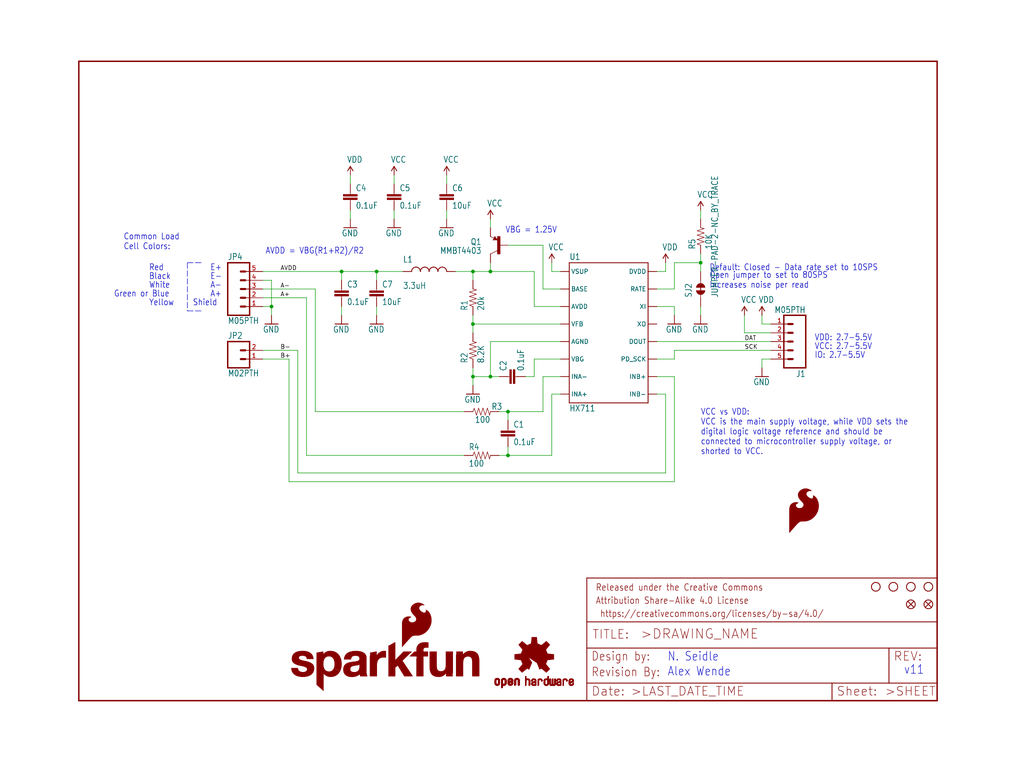
<source format=kicad_sch>
(kicad_sch (version 20211123) (generator eeschema)
  (paper "User" 297.002 223.926)
  (lib_symbols
    (symbol "SparkFun_HX711_Load_Cell-eagle-import:0.1UF-25V-5%(0603)"
      (property "Reference" "C" (at 1.524 2.921 0))
      (property "Value" "0.1UF-25V-5%(0603)" (at 1.524 -2.159 0))
      (symbol "0.1UF-25V-5%(0603)_1_0"
        (pin passive line (at 0 5.08 270) (length 2.54) (name "1") (number "1"))
        (pin passive line (at 0 -2.54 90) (length 2.54) (name "2") (number "2"))
      )
    )
    (symbol "SparkFun_HX711_Load_Cell-eagle-import:100OHM-1{slash}10W-1%(0603)"
      (property "Reference" "R" (at -3.81 1.4986 0))
      (property "Value" "100OHM-1{slash}10W-1%(0603)" (at -3.81 -3.302 0))
      (symbol "100OHM-1{slash}10W-1%(0603)_1_0"
        (pin passive line (at -5.08 0 0) (length 2.54) (name "1") (number "1"))
        (pin passive line (at 5.08 0 180) (length 2.54) (name "2") (number "2"))
      )
    )
    (symbol "SparkFun_HX711_Load_Cell-eagle-import:10KOHM-1{slash}10W-1%(0603)0603"
      (property "Reference" "R" (at -3.81 1.4986 0))
      (property "Value" "10KOHM-1{slash}10W-1%(0603)0603" (at -3.81 -3.302 0))
      (symbol "10KOHM-1{slash}10W-1%(0603)0603_1_0"
        (pin passive line (at -5.08 0 0) (length 2.54) (name "1") (number "1"))
        (pin passive line (at 5.08 0 180) (length 2.54) (name "2") (number "2"))
      )
    )
    (symbol "SparkFun_HX711_Load_Cell-eagle-import:10UF50V20%(1210)"
      (property "Reference" "C" (at 1.524 2.921 0))
      (property "Value" "10UF50V20%(1210)" (at 1.524 -2.159 0))
      (symbol "10UF50V20%(1210)_1_0"
        (pin passive line (at 0 5.08 270) (length 2.54) (name "1") (number "1"))
        (pin passive line (at 0 -2.54 90) (length 2.54) (name "2") (number "2"))
      )
    )
    (symbol "SparkFun_HX711_Load_Cell-eagle-import:20KOHM1{slash}10W1%(0603)"
      (property "Reference" "R" (at -3.81 1.4986 0))
      (property "Value" "20KOHM1{slash}10W1%(0603)" (at -3.81 -3.302 0))
      (symbol "20KOHM1{slash}10W1%(0603)_1_0"
        (pin passive line (at -5.08 0 0) (length 2.54) (name "1") (number "1"))
        (pin passive line (at 5.08 0 180) (length 2.54) (name "2") (number "2"))
      )
    )
    (symbol "SparkFun_HX711_Load_Cell-eagle-import:8.2KOHM-1{slash}10W-5%(0603)"
      (property "Reference" "R" (at -3.81 1.4986 0))
      (property "Value" "8.2KOHM-1{slash}10W-5%(0603)" (at -3.81 -3.302 0))
      (symbol "8.2KOHM-1{slash}10W-5%(0603)_1_0"
        (pin passive line (at -5.08 0 0) (length 2.54) (name "1") (number "1"))
        (pin passive line (at 5.08 0 180) (length 2.54) (name "2") (number "2"))
      )
    )
    (symbol "SparkFun_HX711_Load_Cell-eagle-import:FIDUCIAL1X2")
    (symbol "SparkFun_HX711_Load_Cell-eagle-import:FRAME-LETTER"
      (symbol "FRAME-LETTER_2_0"
        (text " https://creativecommons.org/licenses/by-sa/4.0/" (at 2.54 24.13 0) (effects (font (size 1.9304 1.6408)) (justify left bottom)))
        (text ">DRAWING_NAME" (at 15.494 17.78 0) (effects (font (size 2.7432 2.7432)) (justify left bottom)))
        (text ">LAST_DATE_TIME" (at 12.7 1.27 0) (effects (font (size 2.54 2.54)) (justify left bottom)))
        (text ">SHEET" (at 86.36 1.27 0) (effects (font (size 2.54 2.54)) (justify left bottom)))
        (text "Attribution Share-Alike 4.0 License" (at 2.54 27.94 0) (effects (font (size 1.9304 1.6408)) (justify left bottom)))
        (text "Date:" (at 1.27 1.27 0) (effects (font (size 2.54 2.54)) (justify left bottom)))
        (text "Design by:" (at 1.27 11.43 0) (effects (font (size 2.54 2.159)) (justify left bottom)))
        (text "Released under the Creative Commons" (at 2.54 31.75 0) (effects (font (size 1.9304 1.6408)) (justify left bottom)))
        (text "REV:" (at 88.9 11.43 0) (effects (font (size 2.54 2.54)) (justify left bottom)))
        (text "Sheet:" (at 72.39 1.27 0) (effects (font (size 2.54 2.54)) (justify left bottom)))
        (text "TITLE:" (at 1.524 17.78 0) (effects (font (size 2.54 2.54)) (justify left bottom)))
      )
    )
    (symbol "SparkFun_HX711_Load_Cell-eagle-import:GND" (power)
      (property "Value" "GND" (at -2.54 -2.54 0))
      (symbol "GND_1_0"
        (pin power_in line (at 0 2.54 270) (length 2.54) (name "GND") (number "1"))
      )
    )
    (symbol "SparkFun_HX711_Load_Cell-eagle-import:HX711HX711"
      (property "Reference" "U" (at -12.7 21.082 0))
      (property "Value" "HX711HX711" (at -12.7 -22.86 0))
      (symbol "HX711HX711_1_0"
        (pin bidirectional line (at -15.24 17.78 0) (length 2.54) (name "VSUP") (number "1"))
        (pin bidirectional line (at 12.7 -12.7 180) (length 2.54) (name "INB+") (number "10"))
        (pin bidirectional line (at 12.7 -7.62 180) (length 2.54) (name "PD_SCK") (number "11"))
        (pin bidirectional line (at 12.7 -2.54 180) (length 2.54) (name "DOUT") (number "12"))
        (pin bidirectional line (at 12.7 2.54 180) (length 2.54) (name "XO") (number "13"))
        (pin bidirectional line (at 12.7 7.62 180) (length 2.54) (name "XI") (number "14"))
        (pin bidirectional line (at 12.7 12.7 180) (length 2.54) (name "RATE") (number "15"))
        (pin bidirectional line (at 12.7 17.78 180) (length 2.54) (name "DVDD") (number "16"))
        (pin bidirectional line (at -15.24 12.7 0) (length 2.54) (name "BASE") (number "2"))
        (pin bidirectional line (at -15.24 7.62 0) (length 2.54) (name "AVDD") (number "3"))
        (pin bidirectional line (at -15.24 2.54 0) (length 2.54) (name "VFB") (number "4"))
        (pin bidirectional line (at -15.24 -2.54 0) (length 2.54) (name "AGND") (number "5"))
        (pin bidirectional line (at -15.24 -7.62 0) (length 2.54) (name "VBG") (number "6"))
        (pin bidirectional line (at -15.24 -12.7 0) (length 2.54) (name "INA-") (number "7"))
        (pin bidirectional line (at -15.24 -17.78 0) (length 2.54) (name "INA+") (number "8"))
        (pin bidirectional line (at 12.7 -17.78 180) (length 2.54) (name "INB-") (number "9"))
      )
    )
    (symbol "SparkFun_HX711_Load_Cell-eagle-import:INDUCTOR0805-IND"
      (property "Reference" "L" (at 2.54 5.08 0))
      (property "Value" "INDUCTOR0805-IND" (at 2.54 -5.08 0))
      (symbol "INDUCTOR0805-IND_1_0"
        (pin passive line (at 0 7.62 270) (length 2.54) (name "1") (number "1"))
        (pin passive line (at 0 -7.62 90) (length 2.54) (name "2") (number "2"))
      )
    )
    (symbol "SparkFun_HX711_Load_Cell-eagle-import:JUMPER-PAD-2-NC_BY_TRACE"
      (property "Reference" "JP" (at -2.54 2.54 0))
      (property "Value" "JUMPER-PAD-2-NC_BY_TRACE" (at -2.54 -5.08 0))
      (symbol "JUMPER-PAD-2-NC_BY_TRACE_1_0"
        (pin passive line (at -5.08 0 0) (length 2.54) (name "1") (number "1"))
        (pin passive line (at 5.08 0 180) (length 2.54) (name "2") (number "2"))
      )
    )
    (symbol "SparkFun_HX711_Load_Cell-eagle-import:M02PTH"
      (property "Reference" "J" (at -2.54 5.842 0))
      (property "Value" "M02PTH" (at -2.54 -5.08 0))
      (symbol "M02PTH_1_0"
        (pin passive line (at 7.62 0 180) (length 5.08) (name "1") (number "1"))
        (pin passive line (at 7.62 2.54 180) (length 5.08) (name "2") (number "2"))
      )
    )
    (symbol "SparkFun_HX711_Load_Cell-eagle-import:M05PTH"
      (property "Reference" "J" (at -2.54 8.382 0))
      (property "Value" "M05PTH" (at -2.54 -10.16 0))
      (symbol "M05PTH_1_0"
        (pin passive line (at 7.62 -5.08 180) (length 5.08) (name "1") (number "1"))
        (pin passive line (at 7.62 -2.54 180) (length 5.08) (name "2") (number "2"))
        (pin passive line (at 7.62 0 180) (length 5.08) (name "3") (number "3"))
        (pin passive line (at 7.62 2.54 180) (length 5.08) (name "4") (number "4"))
        (pin passive line (at 7.62 5.08 180) (length 5.08) (name "5") (number "5"))
      )
    )
    (symbol "SparkFun_HX711_Load_Cell-eagle-import:OSHW-LOGOS")
    (symbol "SparkFun_HX711_Load_Cell-eagle-import:REVISION"
      (symbol "REVISION_1_0"
        (text "Revision By: " (at 0 0 0) (effects (font (size 2.54 2.159)) (justify left bottom)))
      )
    )
    (symbol "SparkFun_HX711_Load_Cell-eagle-import:SFE_LOGO_FLAME.1_INCH")
    (symbol "SparkFun_HX711_Load_Cell-eagle-import:SFE_LOGO_NAME_FLAME.1_INCH")
    (symbol "SparkFun_HX711_Load_Cell-eagle-import:STAND-OFF")
    (symbol "SparkFun_HX711_Load_Cell-eagle-import:TRANSISTOR_PNPMMBT4403"
      (property "Reference" "Q" (at 5.08 0 0))
      (property "Value" "TRANSISTOR_PNPMMBT4403" (at 5.08 -2.54 0))
      (symbol "TRANSISTOR_PNPMMBT4403_1_0"
        (pin passive line (at -2.54 0 0) (length 2.54) (name "B") (number "1"))
        (pin passive line (at 2.54 5.08 270) (length 2.54) (name "E") (number "2"))
        (pin passive line (at 2.54 -5.08 90) (length 2.54) (name "C") (number "3"))
      )
    )
    (symbol "SparkFun_HX711_Load_Cell-eagle-import:VCC" (power)
      (property "Value" "VCC" (at -1.016 3.556 0))
      (symbol "VCC_1_0"
        (pin power_in line (at 0 0 90) (length 2.54) (name "VCC") (number "1"))
      )
    )
    (symbol "SparkFun_HX711_Load_Cell-eagle-import:VDD" (power)
      (property "Value" "VDD" (at -1.016 3.556 0))
      (symbol "VDD_1_0"
        (pin power_in line (at 0 0 90) (length 2.54) (name "VDD") (number "1"))
      )
    )
  )
  (junction (at 78.74 88.9))
  (junction (at 147.32 119.38))
  (junction (at 137.16 78.74))
  (junction (at 137.16 109.22))
  (junction (at 142.24 78.74))
  (junction (at 109.22 78.74))
  (junction (at 142.24 109.22))
  (junction (at 99.06 78.74))
  (junction (at 147.32 132.08))
  (junction (at 203.2 76.2))
  (junction (at 137.16 93.98))
  (polyline (pts (xy 54.356 76.2) (xy 54.356 90.17)))
  (wire (pts (xy 160.02 78.74) (xy 162.56 78.74)))
  (wire (pts (xy 147.32 119.38) (xy 144.78 119.38)))
  (wire (pts (xy 137.16 96.52) (xy 137.16 93.98)))
  (wire (pts (xy 203.2 76.2) (xy 195.58 76.2)))
  (wire (pts (xy 147.32 121.92) (xy 147.32 119.38)))
  (wire (pts (xy 147.32 129.54) (xy 147.32 132.08)))
  (wire (pts (xy 144.78 109.22) (xy 142.24 109.22)))
  (wire (pts (xy 83.82 139.7) (xy 83.82 104.14)))
  (wire (pts (xy 215.9 96.52) (xy 215.9 91.44)))
  (wire (pts (xy 195.58 139.7) (xy 83.82 139.7)))
  (wire (pts (xy 160.02 132.08) (xy 147.32 132.08)))
  (wire (pts (xy 190.5 83.82) (xy 195.58 83.82)))
  (wire (pts (xy 142.24 76.2) (xy 142.24 78.74)))
  (wire (pts (xy 223.52 96.52) (xy 215.9 96.52)))
  (wire (pts (xy 109.22 78.74) (xy 99.06 78.74)))
  (wire (pts (xy 190.5 99.06) (xy 223.52 99.06)))
  (wire (pts (xy 101.6 50.8) (xy 101.6 53.34)))
  (wire (pts (xy 162.56 88.9) (xy 154.94 88.9)))
  (wire (pts (xy 160.02 76.2) (xy 160.02 78.74)))
  (wire (pts (xy 129.54 60.96) (xy 129.54 63.5)))
  (wire (pts (xy 190.5 114.3) (xy 193.04 114.3)))
  (wire (pts (xy 154.94 109.22) (xy 152.4 109.22)))
  (wire (pts (xy 162.56 99.06) (xy 142.24 99.06)))
  (wire (pts (xy 193.04 114.3) (xy 193.04 137.16)))
  (wire (pts (xy 137.16 106.68) (xy 137.16 109.22)))
  (wire (pts (xy 147.32 132.08) (xy 144.78 132.08)))
  (wire (pts (xy 142.24 78.74) (xy 137.16 78.74)))
  (wire (pts (xy 157.48 109.22) (xy 157.48 119.38)))
  (wire (pts (xy 88.9 86.36) (xy 76.2 86.36)))
  (wire (pts (xy 76.2 88.9) (xy 78.74 88.9)))
  (wire (pts (xy 86.36 137.16) (xy 86.36 101.6)))
  (wire (pts (xy 129.54 53.34) (xy 129.54 50.8)))
  (wire (pts (xy 132.08 78.74) (xy 137.16 78.74)))
  (wire (pts (xy 99.06 88.9) (xy 99.06 91.44)))
  (wire (pts (xy 154.94 78.74) (xy 142.24 78.74)))
  (wire (pts (xy 109.22 78.74) (xy 109.22 81.28)))
  (wire (pts (xy 78.74 88.9) (xy 78.74 91.44)))
  (wire (pts (xy 114.3 63.5) (xy 114.3 60.96)))
  (wire (pts (xy 220.98 91.44) (xy 220.98 93.98)))
  (wire (pts (xy 203.2 63.5) (xy 203.2 60.96)))
  (wire (pts (xy 162.56 93.98) (xy 137.16 93.98)))
  (polyline (pts (xy 54.356 76.2) (xy 58.42 76.2)))
  (wire (pts (xy 88.9 132.08) (xy 88.9 86.36)))
  (wire (pts (xy 134.62 119.38) (xy 91.44 119.38)))
  (wire (pts (xy 137.16 81.28) (xy 137.16 78.74)))
  (wire (pts (xy 162.56 109.22) (xy 157.48 109.22)))
  (wire (pts (xy 76.2 81.28) (xy 78.74 81.28)))
  (wire (pts (xy 203.2 76.2) (xy 203.2 78.74)))
  (wire (pts (xy 193.04 78.74) (xy 193.04 76.2)))
  (wire (pts (xy 220.98 104.14) (xy 220.98 106.68)))
  (wire (pts (xy 154.94 88.9) (xy 154.94 78.74)))
  (wire (pts (xy 157.48 71.12) (xy 157.48 83.82)))
  (wire (pts (xy 162.56 114.3) (xy 160.02 114.3)))
  (wire (pts (xy 142.24 99.06) (xy 142.24 109.22)))
  (wire (pts (xy 203.2 88.9) (xy 203.2 91.44)))
  (wire (pts (xy 147.32 71.12) (xy 157.48 71.12)))
  (wire (pts (xy 190.5 78.74) (xy 193.04 78.74)))
  (wire (pts (xy 193.04 137.16) (xy 86.36 137.16)))
  (polyline (pts (xy 54.356 90.17) (xy 58.42 90.17)))
  (wire (pts (xy 109.22 78.74) (xy 116.84 78.74)))
  (wire (pts (xy 195.58 88.9) (xy 195.58 91.44)))
  (wire (pts (xy 195.58 109.22) (xy 195.58 139.7)))
  (wire (pts (xy 160.02 114.3) (xy 160.02 132.08)))
  (wire (pts (xy 154.94 104.14) (xy 154.94 109.22)))
  (wire (pts (xy 142.24 109.22) (xy 137.16 109.22)))
  (wire (pts (xy 86.36 101.6) (xy 76.2 101.6)))
  (wire (pts (xy 203.2 73.66) (xy 203.2 76.2)))
  (wire (pts (xy 223.52 104.14) (xy 220.98 104.14)))
  (wire (pts (xy 137.16 93.98) (xy 137.16 91.44)))
  (wire (pts (xy 83.82 104.14) (xy 76.2 104.14)))
  (wire (pts (xy 91.44 119.38) (xy 91.44 83.82)))
  (wire (pts (xy 101.6 63.5) (xy 101.6 60.96)))
  (wire (pts (xy 195.58 101.6) (xy 223.52 101.6)))
  (wire (pts (xy 190.5 109.22) (xy 195.58 109.22)))
  (wire (pts (xy 162.56 104.14) (xy 154.94 104.14)))
  (wire (pts (xy 91.44 83.82) (xy 76.2 83.82)))
  (wire (pts (xy 162.56 83.82) (xy 157.48 83.82)))
  (wire (pts (xy 134.62 132.08) (xy 88.9 132.08)))
  (wire (pts (xy 195.58 104.14) (xy 195.58 101.6)))
  (wire (pts (xy 99.06 81.28) (xy 99.06 78.74)))
  (wire (pts (xy 137.16 111.76) (xy 137.16 109.22)))
  (wire (pts (xy 142.24 63.5) (xy 142.24 66.04)))
  (wire (pts (xy 157.48 119.38) (xy 147.32 119.38)))
  (wire (pts (xy 190.5 104.14) (xy 195.58 104.14)))
  (wire (pts (xy 195.58 76.2) (xy 195.58 83.82)))
  (wire (pts (xy 99.06 78.74) (xy 76.2 78.74)))
  (wire (pts (xy 78.74 81.28) (xy 78.74 88.9)))
  (wire (pts (xy 220.98 93.98) (xy 223.52 93.98)))
  (wire (pts (xy 190.5 88.9) (xy 195.58 88.9)))
  (wire (pts (xy 114.3 50.8) (xy 114.3 53.34)))
  (wire (pts (xy 109.22 91.44) (xy 109.22 88.9)))
  (text "Shield" (at 55.88 88.9 180) (effects (font (size 1.778 1.5113)) (justify left bottom)))
  (text "Default: Closed - Data rate set to 10SPS" (at 205.74 78.74 180) (effects (font (size 1.778 1.5113)) (justify left bottom)))
  (text "A+" (at 60.96 86.36 180) (effects (font (size 1.778 1.5113)) (justify left bottom)))
  (text "Open jumper to set to 80SPS\nIncreases noise per read" (at 205.74 83.82 0) (effects (font (size 1.778 1.5113)) (justify left bottom)))
  (text "AVDD = VBG(R1+R2)/R2" (at 76.962 73.914 180) (effects (font (size 1.778 1.5113)) (justify left bottom)))
  (text "A-" (at 60.96 83.82 180) (effects (font (size 1.778 1.5113)) (justify left bottom)))
  (text "Black" (at 43.18 81.28 180) (effects (font (size 1.778 1.5113)) (justify left bottom)))
  (text "v11" (at 262.128 195.834 180) (effects (font (size 2.54 2.159)) (justify left bottom)))
  (text "VBG = 1.25V" (at 146.558 67.818 180) (effects (font (size 1.778 1.5113)) (justify left bottom)))
  (text "VCC: 2.7-5.5V" (at 236.22 101.6 180) (effects (font (size 1.778 1.5113)) (justify left bottom)))
  (text "Yellow" (at 43.18 88.9 180) (effects (font (size 1.778 1.5113)) (justify left bottom)))
  (text "VCC vs VDD:\nVCC is the main supply voltage, while VDD sets the\ndigital logic voltage reference and should be\nconnected to microcontroller supply voltage, or\nshorted to VCC." (at 203.2 132.08 0) (effects (font (size 1.778 1.5113)) (justify left bottom)))
  (text "IO: 2.7-5.5V" (at 236.22 104.14 180) (effects (font (size 1.778 1.5113)) (justify left bottom)))
  (text "VDD: 2.7-5.5V" (at 236.22 99.06 180) (effects (font (size 1.778 1.5113)) (justify left bottom)))
  (text "E-" (at 60.96 81.28 180) (effects (font (size 1.778 1.5113)) (justify left bottom)))
  (text "N. Seidle" (at 193.548 192.024 180) (effects (font (size 2.54 2.159)) (justify left bottom)))
  (text "White" (at 43.18 83.82 180) (effects (font (size 1.778 1.5113)) (justify left bottom)))
  (text "Alex Wende" (at 193.548 196.342 180) (effects (font (size 2.54 2.159)) (justify left bottom)))
  (text "Green or Blue" (at 33.02 86.36 180) (effects (font (size 1.778 1.5113)) (justify left bottom)))
  (text "E+" (at 60.96 78.74 180) (effects (font (size 1.778 1.5113)) (justify left bottom)))
  (text "Common Load\nCell Colors:" (at 35.814 72.644 180) (effects (font (size 1.778 1.5113)) (justify left bottom)))
  (text "Red" (at 43.18 78.74 180) (effects (font (size 1.778 1.5113)) (justify left bottom)))
  (label "B+" (at 81.28 104.14 0) (effects (font (size 1.2446 1.2446))))
  (label "DAT" (at 215.9 99.06 0) (effects (font (size 1.2446 1.2446))))
  (label "B-" (at 81.28 101.6 0) (effects (font (size 1.2446 1.2446))))
  (label "SCK" (at 215.9 101.6 0) (effects (font (size 1.2446 1.2446))))
  (label "AVDD" (at 81.28 78.74 0) (effects (font (size 1.2446 1.2446))))
  (label "A-" (at 81.28 83.82 0) (effects (font (size 1.2446 1.2446))))
  (label "A+" (at 81.28 86.36 0) (effects (font (size 1.2446 1.2446))))
  (symbol (lib_id "SparkFun_HX711_Load_Cell-eagle-import:GND") (at 78.74 93.98 0) (unit 1)
    (property "Reference" "#GND4" (effects hide))
    (property "Value" "GND" (at 76.2 96.52 0) (effects (font (size 1.778 1.5113)) (justify left bottom)))
    (property "Footprint" "SparkFun_HX711_Load_Cell:" (effects hide))
  )
  (symbol (lib_id "SparkFun_HX711_Load_Cell-eagle-import:VCC") (at 160.02 76.2 0) (unit 1)
    (property "Reference" "#SUPPLY3" (effects hide))
    (property "Value" "VCC" (at 159.004 72.644 0) (effects (font (size 1.778 1.5113)) (justify left bottom)))
    (property "Footprint" "SparkFun_HX711_Load_Cell:" (effects hide))
  )
  (symbol (lib_id "SparkFun_HX711_Load_Cell-eagle-import:VCC") (at 203.2 60.96 0) (unit 1)
    (property "Reference" "#SUPPLY6" (effects hide))
    (property "Value" "VCC" (at 202.184 57.404 0) (effects (font (size 1.778 1.5113)) (justify left bottom)))
    (property "Footprint" "SparkFun_HX711_Load_Cell:" (effects hide))
  )
  (symbol (lib_id "SparkFun_HX711_Load_Cell-eagle-import:0.1UF-25V-5%(0603)") (at 101.6 58.42 0) (unit 1)
    (property "Reference" "C4" (at 103.124 55.499 0) (effects (font (size 1.778 1.5113)) (justify left bottom)))
    (property "Value" "0.1uF" (at 103.124 60.579 0) (effects (font (size 1.778 1.5113)) (justify left bottom)))
    (property "Footprint" "SparkFun_HX711_Load_Cell:0603-CAP" (effects hide))
  )
  (symbol (lib_id "SparkFun_HX711_Load_Cell-eagle-import:VCC") (at 114.3 50.8 0) (unit 1)
    (property "Reference" "#SUPPLY7" (effects hide))
    (property "Value" "VCC" (at 113.284 47.244 0) (effects (font (size 1.778 1.5113)) (justify left bottom)))
    (property "Footprint" "SparkFun_HX711_Load_Cell:" (effects hide))
  )
  (symbol (lib_id "SparkFun_HX711_Load_Cell-eagle-import:M05PTH") (at 231.14 99.06 180) (unit 1)
    (property "Reference" "J1" (at 233.68 107.442 0) (effects (font (size 1.778 1.5113)) (justify left bottom)))
    (property "Value" "M05PTH" (at 233.68 88.9 0) (effects (font (size 1.778 1.5113)) (justify left bottom)))
    (property "Footprint" "SparkFun_HX711_Load_Cell:1X05" (effects hide))
  )
  (symbol (lib_id "SparkFun_HX711_Load_Cell-eagle-import:TRANSISTOR_PNPMMBT4403") (at 144.78 71.12 0) (mirror y) (unit 1)
    (property "Reference" "Q1" (at 139.7 71.12 0) (effects (font (size 1.778 1.5113)) (justify left bottom)))
    (property "Value" "MMBT4403" (at 139.7 73.66 0) (effects (font (size 1.778 1.5113)) (justify left bottom)))
    (property "Footprint" "SparkFun_HX711_Load_Cell:SOT23-3" (effects hide))
  )
  (symbol (lib_id "SparkFun_HX711_Load_Cell-eagle-import:STAND-OFF") (at 254 170.18 0) (unit 1)
    (property "Reference" "STANDOFF4" (effects hide))
    (property "Value" "STAND-OFF" (effects hide))
    (property "Footprint" "SparkFun_HX711_Load_Cell:STAND-OFF" (effects hide))
  )
  (symbol (lib_id "SparkFun_HX711_Load_Cell-eagle-import:100OHM-1{slash}10W-1%(0603)") (at 139.7 132.08 0) (unit 1)
    (property "Reference" "R4" (at 135.89 130.5814 0) (effects (font (size 1.778 1.5113)) (justify left bottom)))
    (property "Value" "100" (at 135.89 135.382 0) (effects (font (size 1.778 1.5113)) (justify left bottom)))
    (property "Footprint" "SparkFun_HX711_Load_Cell:0603-RES" (effects hide))
  )
  (symbol (lib_id "SparkFun_HX711_Load_Cell-eagle-import:10KOHM-1{slash}10W-1%(0603)0603") (at 203.2 68.58 90) (unit 1)
    (property "Reference" "R5" (at 201.7014 72.39 0) (effects (font (size 1.778 1.5113)) (justify left bottom)))
    (property "Value" "10K" (at 206.502 72.39 0) (effects (font (size 1.778 1.5113)) (justify left bottom)))
    (property "Footprint" "SparkFun_HX711_Load_Cell:0603-RES" (effects hide))
  )
  (symbol (lib_id "SparkFun_HX711_Load_Cell-eagle-import:STAND-OFF") (at 269.24 170.18 0) (unit 1)
    (property "Reference" "STANDOFF1" (effects hide))
    (property "Value" "STAND-OFF" (effects hide))
    (property "Footprint" "SparkFun_HX711_Load_Cell:STAND-OFF" (effects hide))
  )
  (symbol (lib_id "SparkFun_HX711_Load_Cell-eagle-import:8.2KOHM-1{slash}10W-5%(0603)") (at 137.16 101.6 90) (unit 1)
    (property "Reference" "R2" (at 135.6614 105.41 0) (effects (font (size 1.778 1.5113)) (justify left bottom)))
    (property "Value" "8.2K" (at 140.462 105.41 0) (effects (font (size 1.778 1.5113)) (justify left bottom)))
    (property "Footprint" "SparkFun_HX711_Load_Cell:0603-RES" (effects hide))
  )
  (symbol (lib_id "SparkFun_HX711_Load_Cell-eagle-import:GND") (at 129.54 66.04 0) (unit 1)
    (property "Reference" "#GND3" (effects hide))
    (property "Value" "GND" (at 127 68.58 0) (effects (font (size 1.778 1.5113)) (justify left bottom)))
    (property "Footprint" "SparkFun_HX711_Load_Cell:" (effects hide))
  )
  (symbol (lib_id "SparkFun_HX711_Load_Cell-eagle-import:VCC") (at 129.54 50.8 0) (unit 1)
    (property "Reference" "#SUPPLY2" (effects hide))
    (property "Value" "VCC" (at 128.524 47.244 0) (effects (font (size 1.778 1.5113)) (justify left bottom)))
    (property "Footprint" "SparkFun_HX711_Load_Cell:" (effects hide))
  )
  (symbol (lib_id "SparkFun_HX711_Load_Cell-eagle-import:SFE_LOGO_FLAME.1_INCH") (at 228.6 154.94 0) (unit 1)
    (property "Reference" "LOGO3" (effects hide))
    (property "Value" "SFE_LOGO_FLAME.1_INCH" (effects hide))
    (property "Footprint" "SparkFun_HX711_Load_Cell:SFE_LOGO_FLAME_.1" (effects hide))
  )
  (symbol (lib_id "SparkFun_HX711_Load_Cell-eagle-import:VDD") (at 220.98 91.44 0) (unit 1)
    (property "Reference" "#SUPPLY8" (effects hide))
    (property "Value" "VDD" (at 219.964 87.884 0) (effects (font (size 1.778 1.5113)) (justify left bottom)))
    (property "Footprint" "SparkFun_HX711_Load_Cell:" (effects hide))
  )
  (symbol (lib_id "SparkFun_HX711_Load_Cell-eagle-import:INDUCTOR0805-IND") (at 124.46 78.74 90) (unit 1)
    (property "Reference" "L1" (at 116.84 76.2 90) (effects (font (size 1.778 1.5113)) (justify right top)))
    (property "Value" "3.3uH" (at 116.84 83.82 90) (effects (font (size 1.778 1.5113)) (justify right top)))
    (property "Footprint" "SparkFun_HX711_Load_Cell:0805" (effects hide))
  )
  (symbol (lib_id "SparkFun_HX711_Load_Cell-eagle-import:VCC") (at 142.24 63.5 0) (unit 1)
    (property "Reference" "#SUPPLY1" (effects hide))
    (property "Value" "VCC" (at 141.224 59.944 0) (effects (font (size 1.778 1.5113)) (justify left bottom)))
    (property "Footprint" "SparkFun_HX711_Load_Cell:" (effects hide))
  )
  (symbol (lib_id "SparkFun_HX711_Load_Cell-eagle-import:0.1UF-25V-5%(0603)") (at 99.06 86.36 0) (unit 1)
    (property "Reference" "C3" (at 100.584 83.439 0) (effects (font (size 1.778 1.5113)) (justify left bottom)))
    (property "Value" "0.1uF" (at 100.584 88.519 0) (effects (font (size 1.778 1.5113)) (justify left bottom)))
    (property "Footprint" "SparkFun_HX711_Load_Cell:0603-CAP" (effects hide))
  )
  (symbol (lib_id "SparkFun_HX711_Load_Cell-eagle-import:GND") (at 203.2 93.98 0) (unit 1)
    (property "Reference" "#GND7" (effects hide))
    (property "Value" "GND" (at 200.66 96.52 0) (effects (font (size 1.778 1.5113)) (justify left bottom)))
    (property "Footprint" "SparkFun_HX711_Load_Cell:" (effects hide))
  )
  (symbol (lib_id "SparkFun_HX711_Load_Cell-eagle-import:0.1UF-25V-5%(0603)") (at 149.86 109.22 90) (unit 1)
    (property "Reference" "C2" (at 146.939 107.696 0) (effects (font (size 1.778 1.5113)) (justify left bottom)))
    (property "Value" "0.1uF" (at 152.019 107.696 0) (effects (font (size 1.778 1.5113)) (justify left bottom)))
    (property "Footprint" "SparkFun_HX711_Load_Cell:0603-CAP" (effects hide))
  )
  (symbol (lib_id "SparkFun_HX711_Load_Cell-eagle-import:STAND-OFF") (at 259.08 170.18 0) (unit 1)
    (property "Reference" "STANDOFF3" (effects hide))
    (property "Value" "STAND-OFF" (effects hide))
    (property "Footprint" "SparkFun_HX711_Load_Cell:STAND-OFF" (effects hide))
  )
  (symbol (lib_id "SparkFun_HX711_Load_Cell-eagle-import:GND") (at 114.3 66.04 0) (unit 1)
    (property "Reference" "#GND8" (effects hide))
    (property "Value" "GND" (at 111.76 68.58 0) (effects (font (size 1.778 1.5113)) (justify left bottom)))
    (property "Footprint" "SparkFun_HX711_Load_Cell:" (effects hide))
  )
  (symbol (lib_id "SparkFun_HX711_Load_Cell-eagle-import:FIDUCIAL1X2") (at 269.24 175.26 0) (unit 1)
    (property "Reference" "FID1" (effects hide))
    (property "Value" "FIDUCIAL1X2" (effects hide))
    (property "Footprint" "SparkFun_HX711_Load_Cell:FIDUCIAL-1X2" (effects hide))
  )
  (symbol (lib_id "SparkFun_HX711_Load_Cell-eagle-import:GND") (at 137.16 114.3 0) (unit 1)
    (property "Reference" "#GND9" (effects hide))
    (property "Value" "GND" (at 134.62 116.84 0) (effects (font (size 1.778 1.5113)) (justify left bottom)))
    (property "Footprint" "SparkFun_HX711_Load_Cell:" (effects hide))
  )
  (symbol (lib_id "SparkFun_HX711_Load_Cell-eagle-import:20KOHM1{slash}10W1%(0603)") (at 137.16 86.36 90) (unit 1)
    (property "Reference" "R1" (at 135.6614 90.17 0) (effects (font (size 1.778 1.5113)) (justify left bottom)))
    (property "Value" "20k" (at 140.462 90.17 0) (effects (font (size 1.778 1.5113)) (justify left bottom)))
    (property "Footprint" "SparkFun_HX711_Load_Cell:0603-RES" (effects hide))
  )
  (symbol (lib_id "SparkFun_HX711_Load_Cell-eagle-import:FIDUCIAL1X2") (at 264.16 175.26 0) (unit 1)
    (property "Reference" "FID2" (effects hide))
    (property "Value" "FIDUCIAL1X2" (effects hide))
    (property "Footprint" "SparkFun_HX711_Load_Cell:FIDUCIAL-1X2" (effects hide))
  )
  (symbol (lib_id "SparkFun_HX711_Load_Cell-eagle-import:HX711HX711") (at 177.8 96.52 0) (unit 1)
    (property "Reference" "U1" (at 165.1 75.438 0) (effects (font (size 1.778 1.5113)) (justify left bottom)))
    (property "Value" "HX711" (at 165.1 119.38 0) (effects (font (size 1.778 1.5113)) (justify left bottom)))
    (property "Footprint" "SparkFun_HX711_Load_Cell:SO16" (effects hide))
  )
  (symbol (lib_id "SparkFun_HX711_Load_Cell-eagle-import:0.1UF-25V-5%(0603)") (at 114.3 58.42 0) (unit 1)
    (property "Reference" "C5" (at 115.824 55.499 0) (effects (font (size 1.778 1.5113)) (justify left bottom)))
    (property "Value" "0.1uF" (at 115.824 60.579 0) (effects (font (size 1.778 1.5113)) (justify left bottom)))
    (property "Footprint" "SparkFun_HX711_Load_Cell:0603-CAP" (effects hide))
  )
  (symbol (lib_id "SparkFun_HX711_Load_Cell-eagle-import:100OHM-1{slash}10W-1%(0603)") (at 139.7 119.38 0) (unit 1)
    (property "Reference" "R3" (at 142.494 118.872 0) (effects (font (size 1.778 1.5113)) (justify left bottom)))
    (property "Value" "100" (at 137.668 122.682 0) (effects (font (size 1.778 1.5113)) (justify left bottom)))
    (property "Footprint" "SparkFun_HX711_Load_Cell:0603-RES" (effects hide))
  )
  (symbol (lib_id "SparkFun_HX711_Load_Cell-eagle-import:M05PTH") (at 68.58 83.82 0) (unit 1)
    (property "Reference" "JP4" (at 66.04 75.438 0) (effects (font (size 1.778 1.5113)) (justify left bottom)))
    (property "Value" "M05PTH" (at 66.04 93.98 0) (effects (font (size 1.778 1.5113)) (justify left bottom)))
    (property "Footprint" "SparkFun_HX711_Load_Cell:1X05" (effects hide))
  )
  (symbol (lib_id "SparkFun_HX711_Load_Cell-eagle-import:VDD") (at 193.04 76.2 0) (unit 1)
    (property "Reference" "#SUPPLY4" (effects hide))
    (property "Value" "VDD" (at 192.024 72.644 0) (effects (font (size 1.778 1.5113)) (justify left bottom)))
    (property "Footprint" "SparkFun_HX711_Load_Cell:" (effects hide))
  )
  (symbol (lib_id "SparkFun_HX711_Load_Cell-eagle-import:10UF50V20%(1210)") (at 109.22 86.36 0) (unit 1)
    (property "Reference" "C7" (at 110.744 83.439 0) (effects (font (size 1.778 1.5113)) (justify left bottom)))
    (property "Value" "10uF" (at 110.744 88.519 0) (effects (font (size 1.778 1.5113)) (justify left bottom)))
    (property "Footprint" "SparkFun_HX711_Load_Cell:1210" (effects hide))
  )
  (symbol (lib_id "SparkFun_HX711_Load_Cell-eagle-import:FRAME-LETTER") (at 170.18 203.2 0) (unit 2)
    (property "Reference" "FRAME1" (effects hide))
    (property "Value" "FRAME-LETTER" (effects hide))
    (property "Footprint" "SparkFun_HX711_Load_Cell:CREATIVE_COMMONS" (effects hide))
  )
  (symbol (lib_id "SparkFun_HX711_Load_Cell-eagle-import:10UF50V20%(1210)") (at 129.54 58.42 0) (unit 1)
    (property "Reference" "C6" (at 131.064 55.499 0) (effects (font (size 1.778 1.5113)) (justify left bottom)))
    (property "Value" "10uF" (at 131.064 60.579 0) (effects (font (size 1.778 1.5113)) (justify left bottom)))
    (property "Footprint" "SparkFun_HX711_Load_Cell:1210" (effects hide))
  )
  (symbol (lib_id "SparkFun_HX711_Load_Cell-eagle-import:OSHW-LOGOS") (at 154.94 190.5 0) (unit 1)
    (property "Reference" "U7" (effects hide))
    (property "Value" "OSHW-LOGOS" (effects hide))
    (property "Footprint" "SparkFun_HX711_Load_Cell:OSHW-LOGO-S" (effects hide))
  )
  (symbol (lib_id "SparkFun_HX711_Load_Cell-eagle-import:GND") (at 101.6 66.04 0) (unit 1)
    (property "Reference" "#GND10" (effects hide))
    (property "Value" "GND" (at 99.06 68.58 0) (effects (font (size 1.778 1.5113)) (justify left bottom)))
    (property "Footprint" "SparkFun_HX711_Load_Cell:" (effects hide))
  )
  (symbol (lib_id "SparkFun_HX711_Load_Cell-eagle-import:0.1UF-25V-5%(0603)") (at 147.32 127 0) (unit 1)
    (property "Reference" "C1" (at 148.844 124.079 0) (effects (font (size 1.778 1.5113)) (justify left bottom)))
    (property "Value" "0.1uF" (at 148.844 129.159 0) (effects (font (size 1.778 1.5113)) (justify left bottom)))
    (property "Footprint" "SparkFun_HX711_Load_Cell:0603-CAP" (effects hide))
  )
  (symbol (lib_id "SparkFun_HX711_Load_Cell-eagle-import:VCC") (at 215.9 91.44 0) (unit 1)
    (property "Reference" "#SUPPLY5" (effects hide))
    (property "Value" "VCC" (at 214.884 87.884 0) (effects (font (size 1.778 1.5113)) (justify left bottom)))
    (property "Footprint" "SparkFun_HX711_Load_Cell:" (effects hide))
  )
  (symbol (lib_id "SparkFun_HX711_Load_Cell-eagle-import:STAND-OFF") (at 264.16 170.18 0) (unit 1)
    (property "Reference" "STANDOFF2" (effects hide))
    (property "Value" "STAND-OFF" (effects hide))
    (property "Footprint" "SparkFun_HX711_Load_Cell:STAND-OFF" (effects hide))
  )
  (symbol (lib_id "SparkFun_HX711_Load_Cell-eagle-import:M02PTH") (at 68.58 104.14 0) (unit 1)
    (property "Reference" "JP2" (at 66.04 98.298 0) (effects (font (size 1.778 1.5113)) (justify left bottom)))
    (property "Value" "M02PTH" (at 66.04 109.22 0) (effects (font (size 1.778 1.5113)) (justify left bottom)))
    (property "Footprint" "SparkFun_HX711_Load_Cell:1X02" (effects hide))
  )
  (symbol (lib_id "SparkFun_HX711_Load_Cell-eagle-import:VDD") (at 101.6 50.8 0) (unit 1)
    (property "Reference" "#SUPPLY9" (effects hide))
    (property "Value" "VDD" (at 100.584 47.244 0) (effects (font (size 1.778 1.5113)) (justify left bottom)))
    (property "Footprint" "SparkFun_HX711_Load_Cell:" (effects hide))
  )
  (symbol (lib_id "SparkFun_HX711_Load_Cell-eagle-import:GND") (at 99.06 93.98 0) (unit 1)
    (property "Reference" "#GND6" (effects hide))
    (property "Value" "GND" (at 96.52 96.52 0) (effects (font (size 1.778 1.5113)) (justify left bottom)))
    (property "Footprint" "SparkFun_HX711_Load_Cell:" (effects hide))
  )
  (symbol (lib_id "SparkFun_HX711_Load_Cell-eagle-import:FRAME-LETTER") (at 22.86 203.2 0) (unit 1)
    (property "Reference" "FRAME1" (effects hide))
    (property "Value" "FRAME-LETTER" (effects hide))
    (property "Footprint" "SparkFun_HX711_Load_Cell:CREATIVE_COMMONS" (effects hide))
  )
  (symbol (lib_id "SparkFun_HX711_Load_Cell-eagle-import:JUMPER-PAD-2-NC_BY_TRACE") (at 203.2 83.82 90) (unit 1)
    (property "Reference" "SJ2" (at 200.66 86.36 0) (effects (font (size 1.778 1.5113)) (justify left bottom)))
    (property "Value" "JUMPER-PAD-2-NC_BY_TRACE" (at 208.28 86.36 0) (effects (font (size 1.778 1.5113)) (justify left bottom)))
    (property "Footprint" "SparkFun_HX711_Load_Cell:PAD-JUMPER-2-NC_BY_TRACE_YES_SILK" (effects hide))
  )
  (symbol (lib_id "SparkFun_HX711_Load_Cell-eagle-import:GND") (at 109.22 93.98 0) (unit 1)
    (property "Reference" "#GND5" (effects hide))
    (property "Value" "GND" (at 106.68 96.52 0) (effects (font (size 1.778 1.5113)) (justify left bottom)))
    (property "Footprint" "SparkFun_HX711_Load_Cell:" (effects hide))
  )
  (symbol (lib_id "SparkFun_HX711_Load_Cell-eagle-import:REVISION") (at 171.45 196.342 0) (unit 1)
    (property "Reference" "U$1" (effects hide))
    (property "Value" "REVISION" (effects hide))
    (property "Footprint" "SparkFun_HX711_Load_Cell:REVISION" (effects hide))
  )
  (symbol (lib_id "SparkFun_HX711_Load_Cell-eagle-import:GND") (at 220.98 109.22 0) (unit 1)
    (property "Reference" "#GND1" (effects hide))
    (property "Value" "GND" (at 218.44 111.76 0) (effects (font (size 1.778 1.5113)) (justify left bottom)))
    (property "Footprint" "SparkFun_HX711_Load_Cell:" (effects hide))
  )
  (symbol (lib_id "SparkFun_HX711_Load_Cell-eagle-import:SFE_LOGO_NAME_FLAME.1_INCH") (at 83.82 200.66 0) (unit 1)
    (property "Reference" "LOGO1" (effects hide))
    (property "Value" "SFE_LOGO_NAME_FLAME.1_INCH" (effects hide))
    (property "Footprint" "SparkFun_HX711_Load_Cell:SFE_LOGO_NAME_FLAME_.1" (effects hide))
  )
  (symbol (lib_id "SparkFun_HX711_Load_Cell-eagle-import:GND") (at 195.58 93.98 0) (unit 1)
    (property "Reference" "#GND2" (effects hide))
    (property "Value" "GND" (at 193.04 96.52 0) (effects (font (size 1.778 1.5113)) (justify left bottom)))
    (property "Footprint" "SparkFun_HX711_Load_Cell:" (effects hide))
  )
)
</source>
